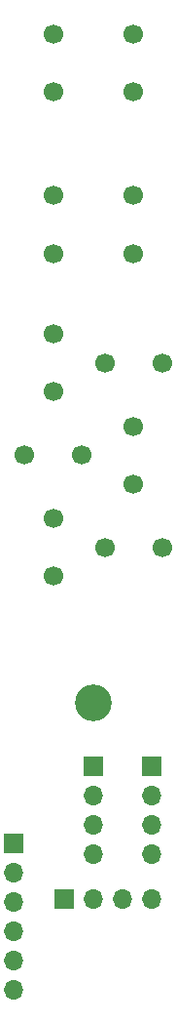
<source format=gts>
%TF.GenerationSoftware,KiCad,Pcbnew,5.99.0+really5.1.10+dfsg1-1*%
%TF.CreationDate,2021-10-07T20:33:57+11:00*%
%TF.ProjectId,minisynth32-front,6d696e69-7379-46e7-9468-33322d66726f,2.0*%
%TF.SameCoordinates,Original*%
%TF.FileFunction,Soldermask,Top*%
%TF.FilePolarity,Negative*%
%FSLAX46Y46*%
G04 Gerber Fmt 4.6, Leading zero omitted, Abs format (unit mm)*
G04 Created by KiCad (PCBNEW 5.99.0+really5.1.10+dfsg1-1) date 2021-10-07 20:33:57*
%MOMM*%
%LPD*%
G01*
G04 APERTURE LIST*
%ADD10O,1.700000X1.700000*%
%ADD11R,1.700000X1.700000*%
%ADD12C,1.700000*%
%ADD13C,3.200000*%
G04 APERTURE END LIST*
D10*
%TO.C,J9*%
X118500000Y-122420000D03*
X118500000Y-119880000D03*
X118500000Y-117340000D03*
D11*
X118500000Y-114800000D03*
%TD*%
D10*
%TO.C,J8*%
X123600000Y-122420000D03*
X123600000Y-119880000D03*
X123600000Y-117340000D03*
D11*
X123600000Y-114800000D03*
%TD*%
D12*
%TO.C,SW10*%
X124500000Y-79800000D03*
X119500000Y-79800000D03*
%TD*%
%TO.C,SW9*%
X122000000Y-90300000D03*
X122000000Y-85300000D03*
%TD*%
%TO.C,SW8*%
X124500000Y-95800000D03*
X119500000Y-95800000D03*
%TD*%
%TO.C,SW7*%
X115000000Y-82300000D03*
X115000000Y-77300000D03*
%TD*%
%TO.C,SW6*%
X112500000Y-87800000D03*
X117500000Y-87800000D03*
%TD*%
%TO.C,SW5*%
X115000000Y-98300000D03*
X115000000Y-93300000D03*
%TD*%
%TO.C,SW4*%
X122000000Y-56300000D03*
X122000000Y-51300000D03*
%TD*%
%TO.C,SW3*%
X115000000Y-56300000D03*
X115000000Y-51300000D03*
%TD*%
%TO.C,SW2*%
X122000000Y-70300000D03*
X122000000Y-65300000D03*
%TD*%
%TO.C,SW1*%
X115000000Y-70300000D03*
X115000000Y-65300000D03*
%TD*%
D10*
%TO.C,J7*%
X123610000Y-126336000D03*
X121070000Y-126336000D03*
X118530000Y-126336000D03*
D11*
X115990000Y-126336000D03*
%TD*%
D10*
%TO.C,J6*%
X111584000Y-134176000D03*
X111584000Y-131636000D03*
X111584000Y-129096000D03*
X111584000Y-126556000D03*
X111584000Y-124016000D03*
D11*
X111584000Y-121476000D03*
%TD*%
D13*
%TO.C,REF\u002A\u002A*%
X118500000Y-109300000D03*
%TD*%
M02*

</source>
